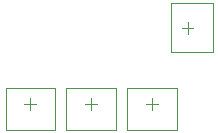
<source format=gbr>
G04*
G04 #@! TF.GenerationSoftware,Altium Limited,Altium Designer,24.6.1 (21)*
G04*
G04 Layer_Color=32768*
%FSLAX25Y25*%
%MOIN*%
G70*
G04*
G04 #@! TF.SameCoordinates,848F02FD-2630-40CC-A56B-9648625414CD*
G04*
G04*
G04 #@! TF.FilePolarity,Positive*
G04*
G01*
G75*
%ADD13C,0.00394*%
%ADD35C,0.00197*%
D13*
X68898Y13878D02*
X72835D01*
X70866Y11909D02*
Y15846D01*
X48599Y13878D02*
X52536D01*
X50568Y11909D02*
Y15846D01*
X28300Y13878D02*
X32237D01*
X30269Y11909D02*
Y15846D01*
X82677Y37402D02*
Y41339D01*
X80709Y39370D02*
X84646D01*
D35*
X62598Y5413D02*
X79134D01*
Y19390D01*
X62598Y5413D02*
Y19390D01*
X79134D01*
X42300Y5413D02*
X58835D01*
Y19390D01*
X42300Y5413D02*
Y19390D01*
X58835D01*
X22001Y5413D02*
X38537D01*
Y19390D01*
X22001Y5413D02*
Y19390D01*
X38537D01*
X91142Y31102D02*
Y47638D01*
X77165D02*
X91142D01*
X77165Y31102D02*
X91142D01*
X77165D02*
Y47638D01*
M02*

</source>
